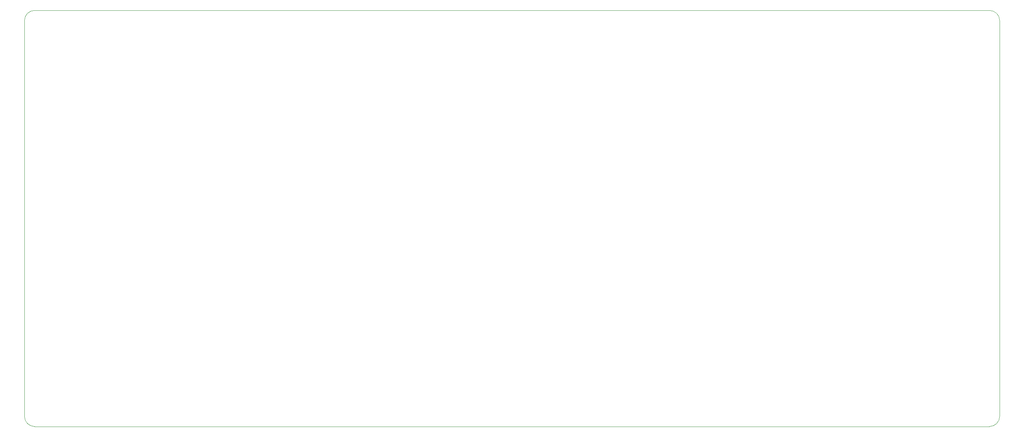
<source format=gm1>
G04 #@! TF.GenerationSoftware,KiCad,Pcbnew,(5.1.10)-1*
G04 #@! TF.CreationDate,2022-01-10T13:30:35-05:00*
G04 #@! TF.ProjectId,40,3430252e-6b69-4636-9164-5f7063625858,rev?*
G04 #@! TF.SameCoordinates,Original*
G04 #@! TF.FileFunction,Profile,NP*
%FSLAX46Y46*%
G04 Gerber Fmt 4.6, Leading zero omitted, Abs format (unit mm)*
G04 Created by KiCad (PCBNEW (5.1.10)-1) date 2022-01-10 13:30:35*
%MOMM*%
%LPD*%
G01*
G04 APERTURE LIST*
G04 #@! TA.AperFunction,Profile*
%ADD10C,0.050000*%
G04 #@! TD*
G04 APERTURE END LIST*
D10*
X29368750Y-32543750D02*
X254793750Y-32543750D01*
X26987500Y-34925000D02*
X26987500Y-128587500D01*
X26987500Y-34925000D02*
G75*
G02*
X29368750Y-32543750I2381250J0D01*
G01*
X254793750Y-130968750D02*
X29368750Y-130968750D01*
X257175000Y-34925000D02*
X257175000Y-128587500D01*
X254793750Y-32543750D02*
G75*
G02*
X257175000Y-34925000I0J-2381250D01*
G01*
X257175000Y-128587500D02*
G75*
G02*
X254793750Y-130968750I-2381250J0D01*
G01*
X29368750Y-130968750D02*
G75*
G02*
X26987500Y-128587500I0J2381250D01*
G01*
M02*

</source>
